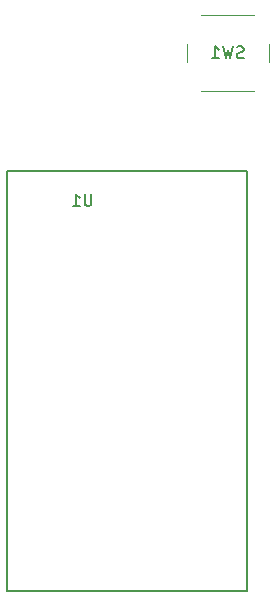
<source format=gbr>
%TF.GenerationSoftware,KiCad,Pcbnew,(5.1.9)-1*%
%TF.CreationDate,2021-04-07T01:06:44+02:00*%
%TF.ProjectId,HB-RC-6-PBU-LED_328,48422d52-432d-4362-9d50-42552d4c4544,rev?*%
%TF.SameCoordinates,Original*%
%TF.FileFunction,Legend,Bot*%
%TF.FilePolarity,Positive*%
%FSLAX46Y46*%
G04 Gerber Fmt 4.6, Leading zero omitted, Abs format (unit mm)*
G04 Created by KiCad (PCBNEW (5.1.9)-1) date 2021-04-07 01:06:44*
%MOMM*%
%LPD*%
G01*
G04 APERTURE LIST*
%ADD10C,0.120000*%
%ADD11C,0.150000*%
G04 APERTURE END LIST*
D10*
%TO.C,SW1*%
X140000000Y-75000000D02*
X140000000Y-73500000D01*
X141250000Y-71000000D02*
X145750000Y-71000000D01*
X147000000Y-73500000D02*
X147000000Y-75000000D01*
X145750000Y-77500000D02*
X141250000Y-77500000D01*
D11*
%TO.C,U1*%
X124840000Y-84220000D02*
X145160000Y-84220000D01*
X145160000Y-84220000D02*
X145160000Y-119780000D01*
X145160000Y-119780000D02*
X124840000Y-119780000D01*
X124840000Y-119780000D02*
X124840000Y-84220000D01*
%TO.C,SW1*%
X144833333Y-74654761D02*
X144690476Y-74702380D01*
X144452380Y-74702380D01*
X144357142Y-74654761D01*
X144309523Y-74607142D01*
X144261904Y-74511904D01*
X144261904Y-74416666D01*
X144309523Y-74321428D01*
X144357142Y-74273809D01*
X144452380Y-74226190D01*
X144642857Y-74178571D01*
X144738095Y-74130952D01*
X144785714Y-74083333D01*
X144833333Y-73988095D01*
X144833333Y-73892857D01*
X144785714Y-73797619D01*
X144738095Y-73750000D01*
X144642857Y-73702380D01*
X144404761Y-73702380D01*
X144261904Y-73750000D01*
X143928571Y-73702380D02*
X143690476Y-74702380D01*
X143500000Y-73988095D01*
X143309523Y-74702380D01*
X143071428Y-73702380D01*
X142166666Y-74702380D02*
X142738095Y-74702380D01*
X142452380Y-74702380D02*
X142452380Y-73702380D01*
X142547619Y-73845238D01*
X142642857Y-73940476D01*
X142738095Y-73988095D01*
%TO.C,U1*%
X131951904Y-86212380D02*
X131951904Y-87021904D01*
X131904285Y-87117142D01*
X131856666Y-87164761D01*
X131761428Y-87212380D01*
X131570952Y-87212380D01*
X131475714Y-87164761D01*
X131428095Y-87117142D01*
X131380476Y-87021904D01*
X131380476Y-86212380D01*
X130380476Y-87212380D02*
X130951904Y-87212380D01*
X130666190Y-87212380D02*
X130666190Y-86212380D01*
X130761428Y-86355238D01*
X130856666Y-86450476D01*
X130951904Y-86498095D01*
%TD*%
M02*

</source>
